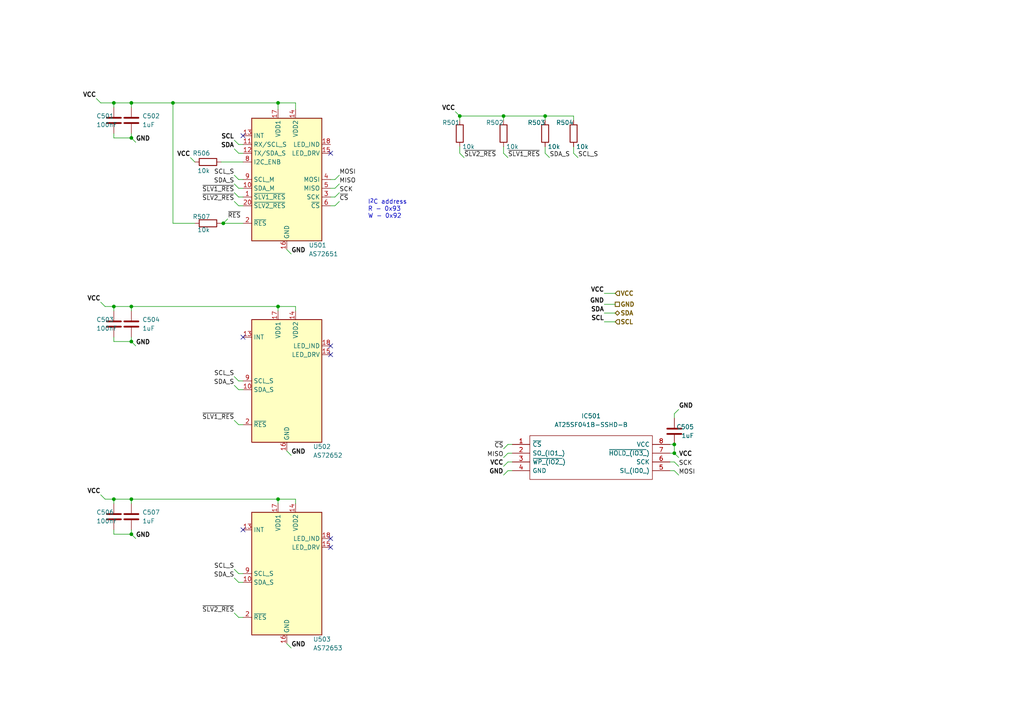
<source format=kicad_sch>
(kicad_sch (version 20211123) (generator eeschema)
  (paper "A4")
  (title_block (title "Side Unit - CanSat 2023") (date "2023-01-19") (rev "2022") (company "Project SkyFall") (comment 1 "David Haisman"))
  (lib_symbols
    (symbol "1Knihovna:AS72652"
      (property "Reference" "U" (at -7.62 20.32 0))
      (property "Value" "AS72652" (at 7.62 20.32 0))
      (symbol "AS72652_0_1"
        (rectangle (start 10.16 -17.78) (end -10.16 17.78) (stroke (width 0.254)) (fill (type background)))
      )
      (symbol "AS72652_1_1"
        (pin no_connect line (at -10.16 -5.08 0) (length 2.54) hide (name "NC") (number "1"))
        (pin bidirectional line (at -12.7 -2.54 0) (length 2.54) (name "SDA_S") (number "10"))
        (pin no_connect line (at -10.16 10.16 0) (length 2.54) hide (name "NC") (number "11"))
        (pin no_connect line (at -10.16 7.62 0) (length 2.54) hide (name "NC") (number "12"))
        (pin output line (at -12.7 12.7 0) (length 2.54) (name "INT") (number "13"))
        (pin power_in line (at 2.54 20.32 270) (length 2.54) (name "VDD2") (number "14"))
        (pin output line (at 12.7 7.62 180) (length 2.54) (name "LED_DRV") (number "15"))
        (pin power_in line (at 0 -20.32 90) (length 2.54) (name "GND") (number "16"))
        (pin power_in line (at -2.54 20.32 270) (length 2.54) (name "VDD1") (number "17"))
        (pin output line (at 12.7 10.16 180) (length 2.54) (name "LED_IND") (number "18"))
        (pin no_connect line (at 10.16 -12.7 180) (length 2.54) hide (name "NC") (number "19"))
        (pin input line (at -12.7 -12.7 0) (length 2.54) (name "~{RES}") (number "2"))
        (pin no_connect line (at -10.16 -7.62 0) (length 2.54) hide (name "NC") (number "20"))
        (pin no_connect line (at 10.16 -5.08 180) (length 2.54) hide (name "NC") (number "3"))
        (pin no_connect line (at 10.16 0 180) (length 2.54) hide (name "NC") (number "4"))
        (pin no_connect line (at 10.16 -2.54 180) (length 2.54) hide (name "NC") (number "5"))
        (pin no_connect line (at 10.16 -7.62 180) (length 2.54) hide (name "NC") (number "6"))
        (pin no_connect line (at 10.16 -10.16 180) (length 2.54) hide (name "NC") (number "7"))
        (pin no_connect line (at -10.16 5.08 0) (length 2.54) hide (name "NC") (number "8"))
        (pin output line (at -12.7 0 0) (length 2.54) (name "SCL_S") (number "9"))
      )
    )
    (symbol "1Knihovna:AS72653"
      (property "Reference" "U" (at -7.62 20.32 0))
      (property "Value" "AS72653" (at 7.62 20.32 0))
      (symbol "AS72653_0_1"
        (rectangle (start 10.16 -17.78) (end -10.16 17.78) (stroke (width 0.254)) (fill (type background)))
      )
      (symbol "AS72653_1_1"
        (pin no_connect line (at -10.16 -5.08 0) (length 2.54) hide (name "NC") (number "1"))
        (pin bidirectional line (at -12.7 -2.54 0) (length 2.54) (name "SDA_S") (number "10"))
        (pin no_connect line (at -10.16 10.16 0) (length 2.54) hide (name "NC") (number "11"))
        (pin no_connect line (at -10.16 7.62 0) (length 2.54) hide (name "NC") (number "12"))
        (pin output line (at -12.7 12.7 0) (length 2.54) (name "INT") (number "13"))
        (pin power_in line (at 2.54 20.32 270) (length 2.54) (name "VDD2") (number "14"))
        (pin output line (at 12.7 7.62 180) (length 2.54) (name "LED_DRV") (number "15"))
        (pin power_in line (at 0 -20.32 90) (length 2.54) (name "GND") (number "16"))
        (pin power_in line (at -2.54 20.32 270) (length 2.54) (name "VDD1") (number "17"))
        (pin output line (at 12.7 10.16 180) (length 2.54) (name "LED_IND") (number "18"))
        (pin no_connect line (at 10.16 -12.7 180) (length 2.54) hide (name "NC") (number "19"))
        (pin input line (at -12.7 -12.7 0) (length 2.54) (name "~{RES}") (number "2"))
        (pin no_connect line (at -10.16 -7.62 0) (length 2.54) hide (name "NC") (number "20"))
        (pin no_connect line (at 10.16 -5.08 180) (length 2.54) hide (name "NC") (number "3"))
        (pin no_connect line (at 10.16 0 180) (length 2.54) hide (name "NC") (number "4"))
        (pin no_connect line (at 10.16 -2.54 180) (length 2.54) hide (name "NC") (number "5"))
        (pin no_connect line (at 10.16 -7.62 180) (length 2.54) hide (name "NC") (number "6"))
        (pin no_connect line (at 10.16 -10.16 180) (length 2.54) hide (name "NC") (number "7"))
        (pin no_connect line (at -10.16 5.08 0) (length 2.54) hide (name "NC") (number "8"))
        (pin output line (at -12.7 0 0) (length 2.54) (name "SCL_S") (number "9"))
      )
    )
    (symbol "Device:C" (pin_numbers hide) (pin_names (offset 0.254))
      (property "Reference" "C" (at 0.635 2.54 0))
      (property "Value" "C" (at 0.635 -2.54 0))
      (symbol "C_0_1"
        (polyline (pts (xy -2.032 -0.762) (xy 2.032 -0.762)) (stroke (width 0.508)))
        (polyline (pts (xy -2.032 0.762) (xy 2.032 0.762)) (stroke (width 0.508)))
      )
      (symbol "C_1_1"
        (pin passive line (at 0 3.81 270) (length 2.794) (name "~") (number "1"))
        (pin passive line (at 0 -3.81 90) (length 2.794) (name "~") (number "2"))
      )
    )
    (symbol "Device:R" (pin_numbers hide) (pin_names (offset 0))
      (property "Reference" "R" (at 2.032 0 90))
      (property "Value" "R" (at 0 0 90))
      (symbol "R_0_1"
        (rectangle (start -1.016 -2.54) (end 1.016 2.54) (stroke (width 0.254)))
      )
      (symbol "R_1_1"
        (pin passive line (at 0 3.81 270) (length 1.27) (name "~") (number "1"))
        (pin passive line (at 0 -3.81 90) (length 1.27) (name "~") (number "2"))
      )
    )
    (symbol "SamacSys_Parts2:AT25SF041B-SHB-T" (pin_names (offset 0.762))
      (property "Reference" "IC" (at 41.91 7.62 0))
      (property "Value" "AT25SF041B-SHB-T" (at 41.91 5.08 0))
      (symbol "AT25SF041B-SHB-T_0_0"
        (pin passive line (at 0 0 0) (length 5.08) (name "~{CS}") (number "1"))
        (pin passive line (at 0 -2.54 0) (length 5.08) (name "SO_(IO1_)") (number "2"))
        (pin passive line (at 0 -5.08 0) (length 5.08) (name "~{WP_(IO2_})") (number "3"))
        (pin passive line (at 0 -7.62 0) (length 5.08) (name "GND") (number "4"))
        (pin passive line (at 45.72 -7.62 180) (length 5.08) (name "SI_(IO0_)") (number "5"))
        (pin passive line (at 45.72 -5.08 180) (length 5.08) (name "SCK") (number "6"))
        (pin passive line (at 45.72 -2.54 180) (length 5.08) (name "~{HOLD_(IO3_})") (number "7"))
        (pin passive line (at 45.72 0 180) (length 5.08) (name "VCC") (number "8"))
      )
      (symbol "AT25SF041B-SHB-T_0_1"
        (polyline (pts (xy 5.08 2.54) (xy 40.64 2.54) (xy 40.64 -10.16) (xy 5.08 -10.16) (xy 5.08 2.54)) (stroke (width 0.1524)))
      )
    )
    (symbol "Sensor_Optical:AS72651"
      (property "Reference" "U" (at -7.62 20.32 0))
      (property "Value" "AS72651" (at 7.62 20.32 0))
      (symbol "AS72651_0_1"
        (rectangle (start 10.16 -17.78) (end -10.16 17.78) (stroke (width 0.254)) (fill (type background)))
      )
      (symbol "AS72651_1_1"
        (pin output line (at -12.7 -5.08 0) (length 2.54) (name "~{SLV1_RES}") (number "1"))
        (pin bidirectional line (at -12.7 -2.54 0) (length 2.54) (name "SDA_M") (number "10"))
        (pin input line (at -12.7 10.16 0) (length 2.54) (name "RX/SCL_S") (number "11"))
        (pin bidirectional line (at -12.7 7.62 0) (length 2.54) (name "TX/SDA_S") (number "12"))
        (pin output line (at -12.7 12.7 0) (length 2.54) (name "INT") (number "13"))
        (pin power_in line (at 2.54 20.32 270) (length 2.54) (name "VDD2") (number "14"))
        (pin output line (at 12.7 7.62 180) (length 2.54) (name "LED_DRV") (number "15"))
        (pin power_in line (at 0 -20.32 90) (length 2.54) (name "GND") (number "16"))
        (pin power_in line (at -2.54 20.32 270) (length 2.54) (name "VDD1") (number "17"))
        (pin output line (at 12.7 10.16 180) (length 2.54) (name "LED_IND") (number "18"))
        (pin no_connect line (at 10.16 -12.7 180) (length 2.54) hide (name "NC") (number "19"))
        (pin input line (at -12.7 -12.7 0) (length 2.54) (name "~{RES}") (number "2"))
        (pin output line (at -12.7 -7.62 0) (length 2.54) (name "~{SLV2_RES}") (number "20"))
        (pin output line (at 12.7 -5.08 180) (length 2.54) (name "SCK") (number "3"))
        (pin output line (at 12.7 0 180) (length 2.54) (name "MOSI") (number "4"))
        (pin input line (at 12.7 -2.54 180) (length 2.54) (name "MISO") (number "5"))
        (pin output line (at 12.7 -7.62 180) (length 2.54) (name "~{CS}") (number "6"))
        (pin no_connect line (at 10.16 -10.16 180) (length 2.54) hide (name "NC") (number "7"))
        (pin input line (at -12.7 5.08 0) (length 2.54) (name "I2C_ENB") (number "8"))
        (pin output line (at -12.7 0 0) (length 2.54) (name "SCL_M") (number "9"))
      )
    )
  )
  (junction (at 38.1 40.005))
  (junction (at 80.645 144.78))
  (junction (at 195.58 128.905))
  (junction (at 80.645 29.845))
  (junction (at 38.1 154.94))
  (junction (at 133.35 33.655))
  (junction (at 64.77 64.77))
  (junction (at 38.1 29.845))
  (junction (at 195.58 131.445))
  (junction (at 38.1 144.78))
  (junction (at 33.02 29.845))
  (junction (at 33.02 88.9))
  (junction (at 80.645 88.9))
  (junction (at 33.02 144.78))
  (junction (at 146.05 33.655))
  (junction (at 158.115 33.655))
  (junction (at 38.1 88.9))
  (junction (at 38.1 99.06))
  (junction (at 50.165 29.845))
  (no_connect (at 70.485 39.37))
  (no_connect (at 70.485 153.67))
  (no_connect (at 70.485 97.79))
  (no_connect (at 95.885 100.33))
  (no_connect (at 95.885 102.87))
  (no_connect (at 95.885 156.21))
  (no_connect (at 95.885 158.75))
  (no_connect (at 95.885 44.45))
  (wire (pts (xy 69.215 57.15) (xy 67.945 55.88)))
  (wire (pts (xy 69.215 123.19) (xy 67.945 121.92)))
  (wire (pts (xy 33.02 29.845) (xy 38.1 29.845)))
  (wire (pts (xy 69.215 179.07) (xy 67.945 177.8)))
  (wire (pts (xy 38.1 38.735) (xy 38.1 40.005)))
  (wire (pts (xy 38.1 99.06) (xy 39.37 100.33)))
  (wire (pts (xy 178.435 93.345) (xy 175.26 93.345)))
  (wire (pts (xy 146.05 42.545) (xy 146.05 44.45)))
  (wire (pts (xy 50.165 29.845) (xy 80.645 29.845)))
  (wire (pts (xy 80.645 144.78) (xy 38.1 144.78)))
  (wire (pts (xy 175.26 90.805) (xy 178.435 90.805)))
  (wire (pts (xy 132.08 32.385) (xy 133.35 33.655)))
  (wire (pts (xy 33.02 99.06) (xy 33.02 97.79)))
  (wire (pts (xy 30.48 88.9) (xy 29.21 87.63)))
  (wire (pts (xy 70.485 123.19) (xy 69.215 123.19)))
  (wire (pts (xy 166.37 44.45) (xy 167.64 45.72)))
  (wire (pts (xy 158.115 34.925) (xy 158.115 33.655)))
  (wire (pts (xy 147.32 136.525) (xy 146.05 137.795)))
  (wire (pts (xy 148.59 128.905) (xy 147.32 128.905)))
  (wire (pts (xy 38.1 97.79) (xy 38.1 99.06)))
  (wire (pts (xy 195.58 136.525) (xy 196.85 137.795)))
  (wire (pts (xy 194.31 133.985) (xy 195.58 133.985)))
  (wire (pts (xy 33.02 31.115) (xy 33.02 29.845)))
  (wire (pts (xy 70.485 41.91) (xy 69.215 41.91)))
  (wire (pts (xy 95.885 52.07) (xy 97.155 52.07)))
  (wire (pts (xy 33.02 144.78) (xy 30.48 144.78)))
  (wire (pts (xy 175.26 88.265) (xy 178.435 88.265)))
  (wire (pts (xy 195.58 120.015) (xy 195.58 121.285)))
  (wire (pts (xy 85.725 88.9) (xy 85.725 90.17)))
  (wire (pts (xy 33.02 146.05) (xy 33.02 144.78)))
  (wire (pts (xy 38.1 146.05) (xy 38.1 144.78)))
  (wire (pts (xy 29.21 29.845) (xy 27.94 28.575)))
  (wire (pts (xy 133.35 42.545) (xy 133.35 44.45)))
  (wire (pts (xy 195.58 128.905) (xy 194.31 128.905)))
  (wire (pts (xy 69.215 166.37) (xy 67.945 165.1)))
  (wire (pts (xy 148.59 131.445) (xy 147.32 131.445)))
  (wire (pts (xy 147.32 133.985) (xy 146.05 135.255)))
  (wire (pts (xy 33.02 90.17) (xy 33.02 88.9)))
  (wire (pts (xy 38.1 31.115) (xy 38.1 29.845)))
  (wire (pts (xy 195.58 131.445) (xy 195.58 128.905)))
  (wire (pts (xy 64.135 46.99) (xy 70.485 46.99)))
  (wire (pts (xy 69.215 59.69) (xy 67.945 58.42)))
  (wire (pts (xy 166.37 42.545) (xy 166.37 44.45)))
  (wire (pts (xy 70.485 54.61) (xy 69.215 54.61)))
  (wire (pts (xy 38.1 153.67) (xy 38.1 154.94)))
  (wire (pts (xy 158.115 42.545) (xy 158.115 44.45)))
  (wire (pts (xy 70.485 52.07) (xy 69.215 52.07)))
  (wire (pts (xy 38.1 90.17) (xy 38.1 88.9)))
  (wire (pts (xy 67.945 111.76) (xy 69.215 113.03)))
  (wire (pts (xy 97.155 59.69) (xy 98.425 58.42)))
  (wire (pts (xy 166.37 33.655) (xy 166.37 34.925)))
  (wire (pts (xy 80.645 29.845) (xy 85.725 29.845)))
  (wire (pts (xy 95.885 57.15) (xy 97.155 57.15)))
  (wire (pts (xy 178.435 85.09) (xy 175.26 85.09)))
  (wire (pts (xy 38.1 99.06) (xy 33.02 99.06)))
  (wire (pts (xy 97.155 52.07) (xy 98.425 50.8)))
  (wire (pts (xy 69.215 44.45) (xy 67.945 43.18)))
  (wire (pts (xy 69.215 41.91) (xy 67.945 40.64)))
  (wire (pts (xy 85.725 29.845) (xy 85.725 31.75)))
  (wire (pts (xy 195.58 131.445) (xy 196.85 132.715)))
  (wire (pts (xy 80.645 88.9) (xy 38.1 88.9)))
  (wire (pts (xy 147.32 128.905) (xy 146.05 130.175)))
  (wire (pts (xy 194.31 131.445) (xy 195.58 131.445)))
  (wire (pts (xy 38.1 144.78) (xy 33.02 144.78)))
  (wire (pts (xy 70.485 166.37) (xy 69.215 166.37)))
  (wire (pts (xy 33.02 154.94) (xy 33.02 153.67)))
  (wire (pts (xy 70.485 110.49) (xy 69.215 110.49)))
  (wire (pts (xy 69.215 52.07) (xy 67.945 50.8)))
  (wire (pts (xy 29.21 29.845) (xy 33.02 29.845)))
  (wire (pts (xy 38.1 40.005) (xy 33.02 40.005)))
  (wire (pts (xy 67.945 53.34) (xy 69.215 54.61)))
  (wire (pts (xy 70.485 113.03) (xy 69.215 113.03)))
  (wire (pts (xy 195.58 133.985) (xy 196.85 135.255)))
  (wire (pts (xy 97.155 54.61) (xy 98.425 53.34)))
  (wire (pts (xy 38.1 154.94) (xy 39.37 156.21)))
  (wire (pts (xy 70.485 179.07) (xy 69.215 179.07)))
  (wire (pts (xy 70.485 168.91) (xy 69.215 168.91)))
  (wire (pts (xy 38.1 29.845) (xy 50.165 29.845)))
  (wire (pts (xy 80.645 88.9) (xy 85.725 88.9)))
  (wire (pts (xy 38.1 88.9) (xy 33.02 88.9)))
  (wire (pts (xy 97.155 57.15) (xy 98.425 55.88)))
  (wire (pts (xy 70.485 59.69) (xy 69.215 59.69)))
  (wire (pts (xy 146.05 44.45) (xy 147.32 45.72)))
  (wire (pts (xy 50.165 64.77) (xy 50.165 29.845)))
  (wire (pts (xy 83.185 186.69) (xy 84.455 187.96)))
  (wire (pts (xy 69.215 110.49) (xy 67.945 109.22)))
  (wire (pts (xy 158.115 44.45) (xy 159.385 45.72)))
  (wire (pts (xy 133.35 44.45) (xy 134.62 45.72)))
  (wire (pts (xy 80.645 146.05) (xy 80.645 144.78)))
  (wire (pts (xy 56.515 64.77) (xy 50.165 64.77)))
  (wire (pts (xy 95.885 59.69) (xy 97.155 59.69)))
  (wire (pts (xy 83.185 72.39) (xy 84.455 73.66)))
  (wire (pts (xy 146.05 34.925) (xy 146.05 33.655)))
  (wire (pts (xy 195.58 120.015) (xy 196.85 118.745)))
  (wire (pts (xy 33.02 88.9) (xy 30.48 88.9)))
  (wire (pts (xy 30.48 144.78) (xy 29.21 143.51)))
  (wire (pts (xy 38.1 40.005) (xy 39.37 41.275)))
  (wire (pts (xy 95.885 54.61) (xy 97.155 54.61)))
  (wire (pts (xy 133.35 34.925) (xy 133.35 33.655)))
  (wire (pts (xy 83.185 130.81) (xy 84.455 132.08)))
  (wire (pts (xy 38.1 154.94) (xy 33.02 154.94)))
  (wire (pts (xy 194.31 136.525) (xy 195.58 136.525)))
  (wire (pts (xy 70.485 57.15) (xy 69.215 57.15)))
  (wire (pts (xy 148.59 133.985) (xy 147.32 133.985)))
  (wire (pts (xy 64.77 64.77) (xy 70.485 64.77)))
  (wire (pts (xy 80.645 31.75) (xy 80.645 29.845)))
  (wire (pts (xy 64.135 64.77) (xy 64.77 64.77)))
  (wire (pts (xy 147.32 136.525) (xy 148.59 136.525)))
  (wire (pts (xy 67.945 167.64) (xy 69.215 168.91)))
  (wire (pts (xy 133.35 33.655) (xy 146.05 33.655)))
  (wire (pts (xy 147.32 131.445) (xy 146.05 132.715)))
  (wire (pts (xy 80.645 144.78) (xy 85.725 144.78)))
  (wire (pts (xy 70.485 44.45) (xy 69.215 44.45)))
  (wire (pts (xy 158.115 33.655) (xy 166.37 33.655)))
  (wire (pts (xy 56.515 46.99) (xy 55.245 45.72)))
  (wire (pts (xy 85.725 144.78) (xy 85.725 146.05)))
  (wire (pts (xy 146.05 33.655) (xy 158.115 33.655)))
  (wire (pts (xy 80.645 90.17) (xy 80.645 88.9)))
  (wire (pts (xy 33.02 40.005) (xy 33.02 38.735)))
  (wire (pts (xy 64.77 64.77) (xy 66.04 63.5)))
  (text "I^{2}C address\nR - 0x93\nW - 0x92" (at 106.68 63.5 0) (effects (font (size 1.27 1.27)) (justify left bottom)))
  (label "MOSI" (at 98.425 50.8 0))
  (label "~{RES}" (at 66.04 63.5 0))
  (label "SDA_S" (at 159.385 45.72 0))
  (label "SCL_S" (at 67.945 109.22 180))
  (label "GND" (at 175.26 88.265 180) (effects (font bold)))
  (label "VCC" (at 132.08 32.385 180) (effects (font bold)))
  (label "SDA" (at 175.26 90.805 180) (effects (font (thickness 0.254) bold)))
  (label "MOSI" (at 196.85 137.795 0))
  (label "GND" (at 84.455 73.66 0) (effects (font bold)))
  (label "SDA_S" (at 67.945 111.76 180))
  (label "~{SLV2_RES}" (at 67.945 58.42 180))
  (label "GND" (at 146.05 137.795 180) (effects (font bold)))
  (label "~{SLV1_RES}" (at 67.945 121.92 180))
  (label "MISO" (at 98.425 53.34 0))
  (label "SDA_S" (at 67.945 167.64 180))
  (label "SCL_S" (at 167.64 45.72 0))
  (label "~{SLV2_RES}" (at 134.62 45.72 0))
  (label "SCL_S" (at 67.945 50.8 180))
  (label "GND" (at 39.37 100.33 0) (effects (font bold)))
  (label "~{SLV1_RES}" (at 67.945 55.88 180))
  (label "SCL" (at 67.945 40.64 180) (effects (font (thickness 0.254) bold)))
  (label "~{SLV1_RES}" (at 147.32 45.72 0))
  (label "MISO" (at 146.05 132.715 180))
  (label "VCC" (at 175.26 85.09 180) (effects (font bold)))
  (label "GND" (at 84.455 132.08 0) (effects (font bold)))
  (label "VCC" (at 196.85 132.715 0) (effects (font bold)))
  (label "SCK" (at 98.425 55.88 0))
  (label "GND" (at 84.455 187.96 0) (effects (font bold)))
  (label "VCC" (at 29.21 143.51 180) (effects (font bold)))
  (label "GND" (at 39.37 41.275 0) (effects (font bold)))
  (label "SDA_S" (at 67.945 53.34 180))
  (label "VCC" (at 55.245 45.72 180) (effects (font bold)))
  (label "GND" (at 196.85 118.745 0) (effects (font bold)))
  (label "VCC" (at 29.21 87.63 180) (effects (font bold)))
  (label "SCL_S" (at 67.945 165.1 180))
  (label "~{SLV2_RES}" (at 67.945 177.8 180))
  (label "~{CS}" (at 98.425 58.42 0))
  (label "VCC" (at 27.94 28.575 180) (effects (font bold)))
  (label "VCC" (at 146.05 135.255 180) (effects (font bold)))
  (label "GND" (at 39.37 156.21 0) (effects (font bold)))
  (label "SDA" (at 67.945 43.18 180) (effects (font (thickness 0.254) bold)))
  (label "SCL" (at 175.26 93.345 180) (effects (font (thickness 0.254) bold)))
  (label "SCK" (at 196.85 135.255 0))
  (label "~{CS}" (at 146.05 130.175 180))
  (hierarchical_label "SCL" (shape input) (at 178.435 93.345 0) (effects (font (thickness 0.254) bold)))
  (hierarchical_label "VCC" (shape input) (at 178.435 85.09 0) (effects (font (thickness 0.254) bold)))
  (hierarchical_label "GND" (shape passive) (at 178.435 88.265 0) (effects (font bold)))
  (hierarchical_label "SDA" (shape bidirectional) (at 178.435 90.805 0) (effects (font (thickness 0.254) bold)))
  (symbol (lib_id "Device:R") (at 166.37 38.735 0) (unit 1)
    (property "Reference" "R504" (at 163.83 35.56 0))
    (property "Value" "10k" (at 168.91 42.545 0))
    (property "Footprint" "1Knihovna:R_0805_2012Metric" (effects hide))
  )
  (symbol (lib_id "Sensor_Optical:AS72651") (at 83.185 52.07 0) (unit 1)
    (property "Reference" "U501" (at 89.535 71.12 0) (effects (justify left)))
    (property "Value" "AS72651" (at 89.535 73.66 0) (effects (justify left)))
    (property "Footprint" "Package_LGA:AMS_LGA-20_4.7x4.5mm_P0.65mm" (effects hide))
    (property "Datasheet" "https://ams.com/documents/20143/36005/AS7265x_DS000612_1-00.pdf/08051c8a-a7f6-6231-7993-2d3fe0bf38b8" (effects hide))
  )
  (symbol (lib_id "Device:C") (at 33.02 34.925 0) (unit 1)
    (property "Reference" "C501" (at 27.94 33.655 0) (effects (justify left)))
    (property "Value" "100nF" (at 27.94 36.195 0) (effects (justify left)))
    (property "Footprint" "1Knihovna:C_0805_2012Metric" (effects hide))
  )
  (symbol (lib_id "Device:C") (at 33.02 93.98 0) (unit 1)
    (property "Reference" "C503" (at 27.94 92.71 0) (effects (justify left)))
    (property "Value" "100nF" (at 27.94 95.25 0) (effects (justify left)))
    (property "Footprint" "1Knihovna:C_0805_2012Metric" (effects hide))
  )
  (symbol (lib_id "Device:C") (at 33.02 149.86 0) (unit 1)
    (property "Reference" "C506" (at 27.94 148.59 0) (effects (justify left)))
    (property "Value" "100nF" (at 27.94 151.13 0) (effects (justify left)))
    (property "Footprint" "1Knihovna:C_0805_2012Metric" (effects hide))
  )
  (symbol (lib_id "Device:C") (at 38.1 93.98 0) (unit 1)
    (property "Reference" "C504" (at 41.275 92.71 0) (effects (justify left)))
    (property "Value" "1uF" (at 41.275 95.25 0) (effects (justify left)))
    (property "Footprint" "1Knihovna:C_0805_2012Metric" (effects hide))
  )
  (symbol (lib_id "Device:R") (at 60.325 64.77 90) (unit 1)
    (property "Reference" "R507" (at 58.42 62.865 90))
    (property "Value" "10k" (at 59.055 66.675 90))
    (property "Footprint" "1Knihovna:R_0805_2012Metric" (effects hide))
  )
  (symbol (lib_id "Device:R") (at 60.325 46.99 90) (unit 1)
    (property "Reference" "R506" (at 58.42 44.45 90))
    (property "Value" "10k" (at 59.055 49.53 90))
    (property "Footprint" "1Knihovna:R_0805_2012Metric" (effects hide))
  )
  (symbol (lib_id "Device:C") (at 38.1 34.925 0) (unit 1)
    (property "Reference" "C502" (at 41.275 33.655 0) (effects (justify left)))
    (property "Value" "1uF" (at 41.275 36.195 0) (effects (justify left)))
    (property "Footprint" "1Knihovna:C_0805_2012Metric" (effects hide))
  )
  (symbol (lib_id "SamacSys_Parts2:AT25SF041B-SHB-T") (at 148.59 128.905 0) (unit 1)
    (property "Reference" "IC501" (at 171.45 120.65 0))
    (property "Value" "AT25SF041B-SSHD-B" (at 171.45 123.19 0))
    (property "Footprint" "Package_SO:SOIC-8_3.9x4.9mm_P1.27mm" (effects hide))
    (property "Description" "NOR Flash 4 Mbit, 3.0V (2.7V to 3.6V), -40C to 85C, SOIC-W 208mil (Tape & Reel), Single, Dual, Quad SPI NOR flash" (effects hide))
    (property "Height" "2.16" (effects hide))
    (property "Manufacturer_Name" "Dialog Semiconductor" (effects hide))
    (property "Manufacturer_Part_Number" "AT25SF041B-SHB-T" (effects hide))
  )
  (symbol (lib_id "Device:R") (at 158.115 38.735 0) (unit 1)
    (property "Reference" "R503" (at 155.575 35.56 0))
    (property "Value" "10k" (at 160.655 42.545 0))
    (property "Footprint" "1Knihovna:R_0805_2012Metric" (effects hide))
  )
  (symbol (lib_id "Device:R") (at 146.05 38.735 0) (unit 1)
    (property "Reference" "R502" (at 143.51 35.56 0))
    (property "Value" "10k" (at 148.59 42.545 0))
    (property "Footprint" "1Knihovna:R_0805_2012Metric" (effects hide))
  )
  (symbol (lib_id "Device:R") (at 133.35 38.735 0) (unit 1)
    (property "Reference" "R501" (at 130.81 35.56 0))
    (property "Value" "10k" (at 135.89 42.545 0))
    (property "Footprint" "1Knihovna:R_0805_2012Metric" (effects hide))
  )
  (symbol (lib_id "Device:C") (at 195.58 125.095 180) (unit 1)
    (property "Reference" "C505" (at 201.295 123.825 0) (effects (justify left)))
    (property "Value" "1uF" (at 201.295 126.365 0) (effects (justify left)))
    (property "Footprint" "1Knihovna:C_0805_2012Metric" (effects hide))
  )
  (symbol (lib_id "1Knihovna:AS72653") (at 83.185 166.37 0) (unit 1)
    (property "Reference" "U503" (at 90.805 185.42 0) (effects (justify left)))
    (property "Value" "AS72653" (at 90.805 187.96 0) (effects (justify left)))
    (property "Footprint" "Package_LGA:AMS_LGA-20_4.7x4.5mm_P0.65mm" (effects hide))
    (property "Datasheet" "https://ams.com/documents/20143/36005/AS7265x_DS000612_1-00.pdf/08051c8a-a7f6-6231-7993-2d3fe0bf38b8" (effects hide))
  )
  (symbol (lib_id "1Knihovna:AS72652") (at 83.185 110.49 0) (unit 1)
    (property "Reference" "U502" (at 90.805 129.54 0) (effects (justify left)))
    (property "Value" "AS72652" (at 90.805 132.08 0) (effects (justify left)))
    (property "Footprint" "Package_LGA:AMS_LGA-20_4.7x4.5mm_P0.65mm" (effects hide))
    (property "Datasheet" "https://ams.com/documents/20143/36005/AS7265x_DS000612_1-00.pdf/08051c8a-a7f6-6231-7993-2d3fe0bf38b8" (effects hide))
  )
  (symbol (lib_id "Device:C") (at 38.1 149.86 0) (unit 1)
    (property "Reference" "C507" (at 41.275 148.59 0) (effects (justify left)))
    (property "Value" "1uF" (at 41.275 151.13 0) (effects (justify left)))
    (property "Footprint" "1Knihovna:C_0805_2012Metric" (effects hide))
  )
)
</source>
